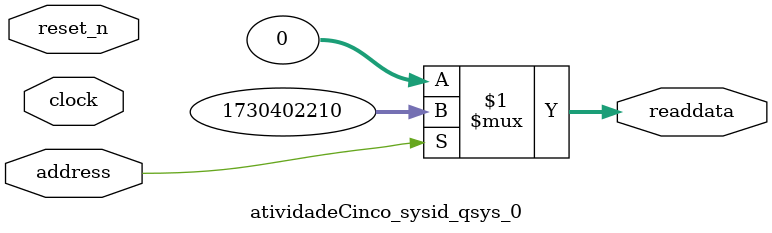
<source format=v>



// synthesis translate_off
`timescale 1ns / 1ps
// synthesis translate_on

// turn off superfluous verilog processor warnings 
// altera message_level Level1 
// altera message_off 10034 10035 10036 10037 10230 10240 10030 

module atividadeCinco_sysid_qsys_0 (
               // inputs:
                address,
                clock,
                reset_n,

               // outputs:
                readdata
             )
;

  output  [ 31: 0] readdata;
  input            address;
  input            clock;
  input            reset_n;

  wire    [ 31: 0] readdata;
  //control_slave, which is an e_avalon_slave
  assign readdata = address ? 1730402210 : 0;

endmodule



</source>
